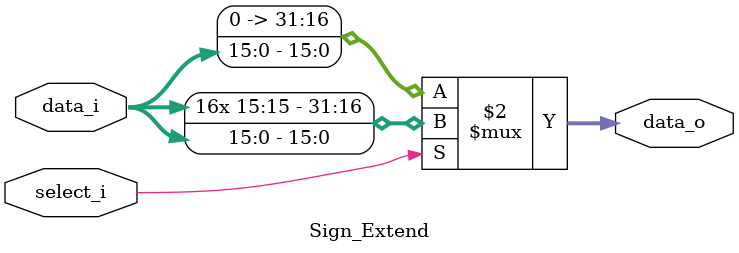
<source format=v>

module Sign_Extend(
    data_i,
	 select_i,
    data_o
    );
               
//I/O ports
input   [16-1:0] data_i;
input            select_i;
output  [32-1:0] data_o;

//Internal Signals
reg     [32-1:0] data_o;

//Sign extended
always @ (*) begin
	data_o <= select_i ? {{16{data_i[15]}}, data_i} :
                        {{16{1'b0}}, data_i};
end
endmodule      
     
</source>
